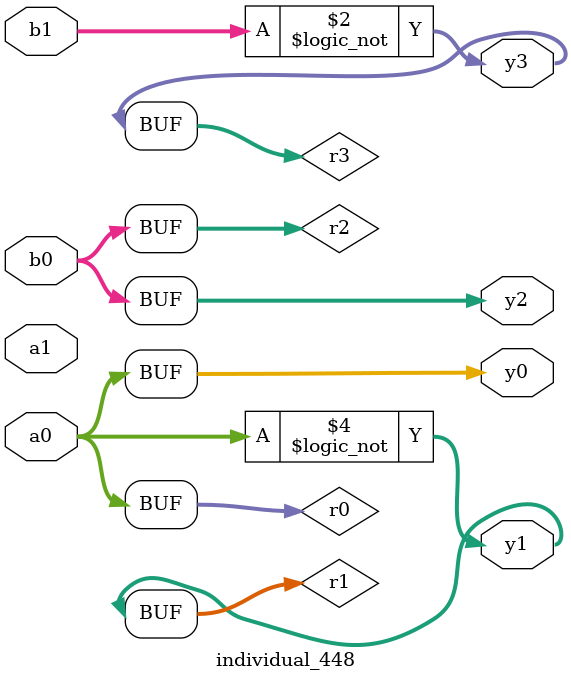
<source format=sv>
module individual_448(input logic [15:0] a1, input logic [15:0] a0, input logic [15:0] b1, input logic [15:0] b0, output logic [15:0] y3, output logic [15:0] y2, output logic [15:0] y1, output logic [15:0] y0);
logic [15:0] r0, r1, r2, r3; 
 always@(*) begin 
	 r0 = a0; r1 = a1; r2 = b0; r3 = b1; 
 	 r3 = ! b1 ;
 	 r1  ^=  a0 ;
 	 r1 = ! r0 ;
 	 y3 = r3; y2 = r2; y1 = r1; y0 = r0; 
end
endmodule
</source>
